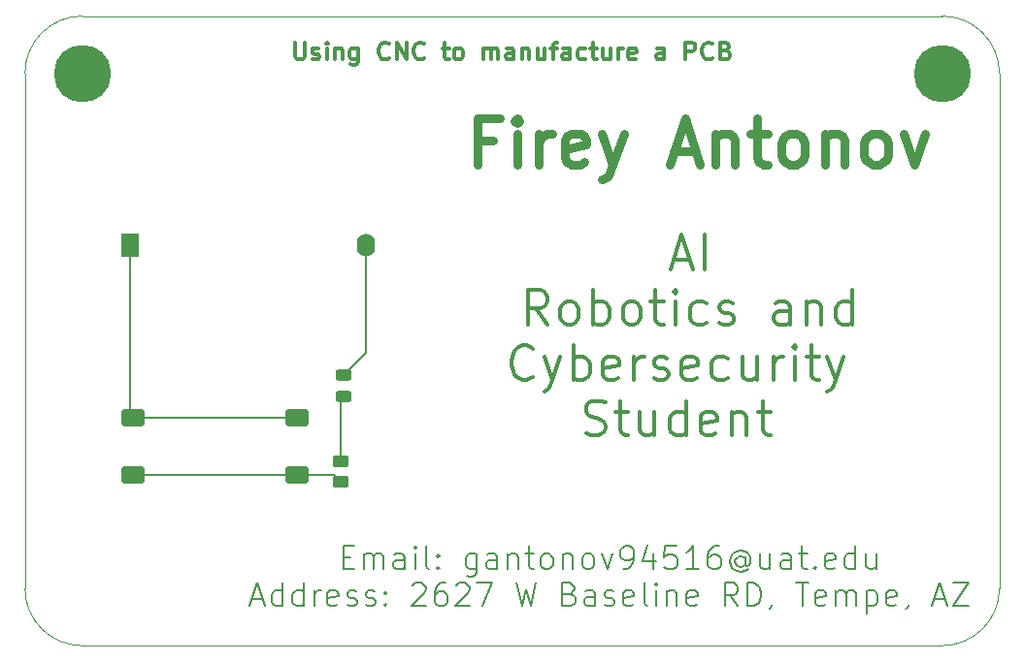
<source format=gbo>
%TF.GenerationSoftware,KiCad,Pcbnew,9.0.5*%
%TF.CreationDate,2025-10-31T23:08:30-07:00*%
%TF.ProjectId,Business Card PCB,42757369-6e65-4737-9320-436172642050,rev?*%
%TF.SameCoordinates,Original*%
%TF.FileFunction,Legend,Bot*%
%TF.FilePolarity,Positive*%
%FSLAX46Y46*%
G04 Gerber Fmt 4.6, Leading zero omitted, Abs format (unit mm)*
G04 Created by KiCad (PCBNEW 9.0.5) date 2025-10-31 23:08:30*
%MOMM*%
%LPD*%
G01*
G04 APERTURE LIST*
G04 Aperture macros list*
%AMRoundRect*
0 Rectangle with rounded corners*
0 $1 Rounding radius*
0 $2 $3 $4 $5 $6 $7 $8 $9 X,Y pos of 4 corners*
0 Add a 4 corners polygon primitive as box body*
4,1,4,$2,$3,$4,$5,$6,$7,$8,$9,$2,$3,0*
0 Add four circle primitives for the rounded corners*
1,1,$1+$1,$2,$3*
1,1,$1+$1,$4,$5*
1,1,$1+$1,$6,$7*
1,1,$1+$1,$8,$9*
0 Add four rect primitives between the rounded corners*
20,1,$1+$1,$2,$3,$4,$5,0*
20,1,$1+$1,$4,$5,$6,$7,0*
20,1,$1+$1,$6,$7,$8,$9,0*
20,1,$1+$1,$8,$9,$2,$3,0*%
G04 Aperture macros list end*
%ADD10R,1.600000X2.000000*%
%ADD11O,1.600000X2.000000*%
%ADD12C,2.000000*%
%ADD13C,0.300000*%
%TA.AperFunction,NonConductor*%
%ADD14C,0.300000*%
%TD*%
%ADD15C,0.150000*%
%TA.AperFunction,NonConductor*%
%ADD16C,0.150000*%
%TD*%
%ADD17C,0.375000*%
%TA.AperFunction,NonConductor*%
%ADD18C,0.375000*%
%TD*%
%ADD19C,0.800000*%
%TA.AperFunction,NonConductor*%
%ADD20C,0.800000*%
%TD*%
%TA.AperFunction,ComponentPad*%
%ADD21R,1.600000X2.000000*%
%TD*%
%TA.AperFunction,ComponentPad*%
%ADD22O,1.600000X2.000000*%
%TD*%
%TA.AperFunction,SMDPad,CuDef*%
%ADD23RoundRect,0.250000X-0.750000X-0.500000X0.750000X-0.500000X0.750000X0.500000X-0.750000X0.500000X0*%
%TD*%
%TA.AperFunction,SMDPad,CuDef*%
%ADD24RoundRect,0.243750X-0.456250X0.243750X-0.456250X-0.243750X0.456250X-0.243750X0.456250X0.243750X0*%
%TD*%
%TA.AperFunction,SMDPad,CuDef*%
%ADD25RoundRect,0.250000X0.450000X-0.262500X0.450000X0.262500X-0.450000X0.262500X-0.450000X-0.262500X0*%
%TD*%
%TA.AperFunction,ViaPad*%
%ADD26C,5.000000*%
%TD*%
%TA.AperFunction,Conductor*%
%ADD27C,0.200000*%
%TD*%
%TA.AperFunction,Profile*%
%ADD28C,0.100000*%
%TD*%
G04 APERTURE END LIST*
%LPC*%
D10*
%TO.C,BT1*%
X116205000Y-77999878D03*
D11*
X136705000Y-77999878D03*
%TD*%
D12*
%TO.C,SW1*%
X123605000Y-91058271D03*
X123605000Y-100058271D03*
%TD*%
%LPD*%
D13*
D14*
X130554510Y-60300828D02*
X130554510Y-61515114D01*
X130554510Y-61515114D02*
X130625939Y-61657971D01*
X130625939Y-61657971D02*
X130697368Y-61729400D01*
X130697368Y-61729400D02*
X130840225Y-61800828D01*
X130840225Y-61800828D02*
X131125939Y-61800828D01*
X131125939Y-61800828D02*
X131268796Y-61729400D01*
X131268796Y-61729400D02*
X131340225Y-61657971D01*
X131340225Y-61657971D02*
X131411653Y-61515114D01*
X131411653Y-61515114D02*
X131411653Y-60300828D01*
X132054511Y-61729400D02*
X132197368Y-61800828D01*
X132197368Y-61800828D02*
X132483082Y-61800828D01*
X132483082Y-61800828D02*
X132625939Y-61729400D01*
X132625939Y-61729400D02*
X132697368Y-61586542D01*
X132697368Y-61586542D02*
X132697368Y-61515114D01*
X132697368Y-61515114D02*
X132625939Y-61372257D01*
X132625939Y-61372257D02*
X132483082Y-61300828D01*
X132483082Y-61300828D02*
X132268797Y-61300828D01*
X132268797Y-61300828D02*
X132125939Y-61229400D01*
X132125939Y-61229400D02*
X132054511Y-61086542D01*
X132054511Y-61086542D02*
X132054511Y-61015114D01*
X132054511Y-61015114D02*
X132125939Y-60872257D01*
X132125939Y-60872257D02*
X132268797Y-60800828D01*
X132268797Y-60800828D02*
X132483082Y-60800828D01*
X132483082Y-60800828D02*
X132625939Y-60872257D01*
X133340225Y-61800828D02*
X133340225Y-60800828D01*
X133340225Y-60300828D02*
X133268797Y-60372257D01*
X133268797Y-60372257D02*
X133340225Y-60443685D01*
X133340225Y-60443685D02*
X133411654Y-60372257D01*
X133411654Y-60372257D02*
X133340225Y-60300828D01*
X133340225Y-60300828D02*
X133340225Y-60443685D01*
X134054511Y-60800828D02*
X134054511Y-61800828D01*
X134054511Y-60943685D02*
X134125940Y-60872257D01*
X134125940Y-60872257D02*
X134268797Y-60800828D01*
X134268797Y-60800828D02*
X134483083Y-60800828D01*
X134483083Y-60800828D02*
X134625940Y-60872257D01*
X134625940Y-60872257D02*
X134697369Y-61015114D01*
X134697369Y-61015114D02*
X134697369Y-61800828D01*
X136054512Y-60800828D02*
X136054512Y-62015114D01*
X136054512Y-62015114D02*
X135983083Y-62157971D01*
X135983083Y-62157971D02*
X135911654Y-62229400D01*
X135911654Y-62229400D02*
X135768797Y-62300828D01*
X135768797Y-62300828D02*
X135554512Y-62300828D01*
X135554512Y-62300828D02*
X135411654Y-62229400D01*
X136054512Y-61729400D02*
X135911654Y-61800828D01*
X135911654Y-61800828D02*
X135625940Y-61800828D01*
X135625940Y-61800828D02*
X135483083Y-61729400D01*
X135483083Y-61729400D02*
X135411654Y-61657971D01*
X135411654Y-61657971D02*
X135340226Y-61515114D01*
X135340226Y-61515114D02*
X135340226Y-61086542D01*
X135340226Y-61086542D02*
X135411654Y-60943685D01*
X135411654Y-60943685D02*
X135483083Y-60872257D01*
X135483083Y-60872257D02*
X135625940Y-60800828D01*
X135625940Y-60800828D02*
X135911654Y-60800828D01*
X135911654Y-60800828D02*
X136054512Y-60872257D01*
X138768797Y-61657971D02*
X138697369Y-61729400D01*
X138697369Y-61729400D02*
X138483083Y-61800828D01*
X138483083Y-61800828D02*
X138340226Y-61800828D01*
X138340226Y-61800828D02*
X138125940Y-61729400D01*
X138125940Y-61729400D02*
X137983083Y-61586542D01*
X137983083Y-61586542D02*
X137911654Y-61443685D01*
X137911654Y-61443685D02*
X137840226Y-61157971D01*
X137840226Y-61157971D02*
X137840226Y-60943685D01*
X137840226Y-60943685D02*
X137911654Y-60657971D01*
X137911654Y-60657971D02*
X137983083Y-60515114D01*
X137983083Y-60515114D02*
X138125940Y-60372257D01*
X138125940Y-60372257D02*
X138340226Y-60300828D01*
X138340226Y-60300828D02*
X138483083Y-60300828D01*
X138483083Y-60300828D02*
X138697369Y-60372257D01*
X138697369Y-60372257D02*
X138768797Y-60443685D01*
X139411654Y-61800828D02*
X139411654Y-60300828D01*
X139411654Y-60300828D02*
X140268797Y-61800828D01*
X140268797Y-61800828D02*
X140268797Y-60300828D01*
X141840226Y-61657971D02*
X141768798Y-61729400D01*
X141768798Y-61729400D02*
X141554512Y-61800828D01*
X141554512Y-61800828D02*
X141411655Y-61800828D01*
X141411655Y-61800828D02*
X141197369Y-61729400D01*
X141197369Y-61729400D02*
X141054512Y-61586542D01*
X141054512Y-61586542D02*
X140983083Y-61443685D01*
X140983083Y-61443685D02*
X140911655Y-61157971D01*
X140911655Y-61157971D02*
X140911655Y-60943685D01*
X140911655Y-60943685D02*
X140983083Y-60657971D01*
X140983083Y-60657971D02*
X141054512Y-60515114D01*
X141054512Y-60515114D02*
X141197369Y-60372257D01*
X141197369Y-60372257D02*
X141411655Y-60300828D01*
X141411655Y-60300828D02*
X141554512Y-60300828D01*
X141554512Y-60300828D02*
X141768798Y-60372257D01*
X141768798Y-60372257D02*
X141840226Y-60443685D01*
X143411655Y-60800828D02*
X143983083Y-60800828D01*
X143625940Y-60300828D02*
X143625940Y-61586542D01*
X143625940Y-61586542D02*
X143697369Y-61729400D01*
X143697369Y-61729400D02*
X143840226Y-61800828D01*
X143840226Y-61800828D02*
X143983083Y-61800828D01*
X144697369Y-61800828D02*
X144554512Y-61729400D01*
X144554512Y-61729400D02*
X144483083Y-61657971D01*
X144483083Y-61657971D02*
X144411655Y-61515114D01*
X144411655Y-61515114D02*
X144411655Y-61086542D01*
X144411655Y-61086542D02*
X144483083Y-60943685D01*
X144483083Y-60943685D02*
X144554512Y-60872257D01*
X144554512Y-60872257D02*
X144697369Y-60800828D01*
X144697369Y-60800828D02*
X144911655Y-60800828D01*
X144911655Y-60800828D02*
X145054512Y-60872257D01*
X145054512Y-60872257D02*
X145125941Y-60943685D01*
X145125941Y-60943685D02*
X145197369Y-61086542D01*
X145197369Y-61086542D02*
X145197369Y-61515114D01*
X145197369Y-61515114D02*
X145125941Y-61657971D01*
X145125941Y-61657971D02*
X145054512Y-61729400D01*
X145054512Y-61729400D02*
X144911655Y-61800828D01*
X144911655Y-61800828D02*
X144697369Y-61800828D01*
X146983083Y-61800828D02*
X146983083Y-60800828D01*
X146983083Y-60943685D02*
X147054512Y-60872257D01*
X147054512Y-60872257D02*
X147197369Y-60800828D01*
X147197369Y-60800828D02*
X147411655Y-60800828D01*
X147411655Y-60800828D02*
X147554512Y-60872257D01*
X147554512Y-60872257D02*
X147625941Y-61015114D01*
X147625941Y-61015114D02*
X147625941Y-61800828D01*
X147625941Y-61015114D02*
X147697369Y-60872257D01*
X147697369Y-60872257D02*
X147840226Y-60800828D01*
X147840226Y-60800828D02*
X148054512Y-60800828D01*
X148054512Y-60800828D02*
X148197369Y-60872257D01*
X148197369Y-60872257D02*
X148268798Y-61015114D01*
X148268798Y-61015114D02*
X148268798Y-61800828D01*
X149625941Y-61800828D02*
X149625941Y-61015114D01*
X149625941Y-61015114D02*
X149554512Y-60872257D01*
X149554512Y-60872257D02*
X149411655Y-60800828D01*
X149411655Y-60800828D02*
X149125941Y-60800828D01*
X149125941Y-60800828D02*
X148983083Y-60872257D01*
X149625941Y-61729400D02*
X149483083Y-61800828D01*
X149483083Y-61800828D02*
X149125941Y-61800828D01*
X149125941Y-61800828D02*
X148983083Y-61729400D01*
X148983083Y-61729400D02*
X148911655Y-61586542D01*
X148911655Y-61586542D02*
X148911655Y-61443685D01*
X148911655Y-61443685D02*
X148983083Y-61300828D01*
X148983083Y-61300828D02*
X149125941Y-61229400D01*
X149125941Y-61229400D02*
X149483083Y-61229400D01*
X149483083Y-61229400D02*
X149625941Y-61157971D01*
X150340226Y-60800828D02*
X150340226Y-61800828D01*
X150340226Y-60943685D02*
X150411655Y-60872257D01*
X150411655Y-60872257D02*
X150554512Y-60800828D01*
X150554512Y-60800828D02*
X150768798Y-60800828D01*
X150768798Y-60800828D02*
X150911655Y-60872257D01*
X150911655Y-60872257D02*
X150983084Y-61015114D01*
X150983084Y-61015114D02*
X150983084Y-61800828D01*
X152340227Y-60800828D02*
X152340227Y-61800828D01*
X151697369Y-60800828D02*
X151697369Y-61586542D01*
X151697369Y-61586542D02*
X151768798Y-61729400D01*
X151768798Y-61729400D02*
X151911655Y-61800828D01*
X151911655Y-61800828D02*
X152125941Y-61800828D01*
X152125941Y-61800828D02*
X152268798Y-61729400D01*
X152268798Y-61729400D02*
X152340227Y-61657971D01*
X152840227Y-60800828D02*
X153411655Y-60800828D01*
X153054512Y-61800828D02*
X153054512Y-60515114D01*
X153054512Y-60515114D02*
X153125941Y-60372257D01*
X153125941Y-60372257D02*
X153268798Y-60300828D01*
X153268798Y-60300828D02*
X153411655Y-60300828D01*
X154554513Y-61800828D02*
X154554513Y-61015114D01*
X154554513Y-61015114D02*
X154483084Y-60872257D01*
X154483084Y-60872257D02*
X154340227Y-60800828D01*
X154340227Y-60800828D02*
X154054513Y-60800828D01*
X154054513Y-60800828D02*
X153911655Y-60872257D01*
X154554513Y-61729400D02*
X154411655Y-61800828D01*
X154411655Y-61800828D02*
X154054513Y-61800828D01*
X154054513Y-61800828D02*
X153911655Y-61729400D01*
X153911655Y-61729400D02*
X153840227Y-61586542D01*
X153840227Y-61586542D02*
X153840227Y-61443685D01*
X153840227Y-61443685D02*
X153911655Y-61300828D01*
X153911655Y-61300828D02*
X154054513Y-61229400D01*
X154054513Y-61229400D02*
X154411655Y-61229400D01*
X154411655Y-61229400D02*
X154554513Y-61157971D01*
X155911656Y-61729400D02*
X155768798Y-61800828D01*
X155768798Y-61800828D02*
X155483084Y-61800828D01*
X155483084Y-61800828D02*
X155340227Y-61729400D01*
X155340227Y-61729400D02*
X155268798Y-61657971D01*
X155268798Y-61657971D02*
X155197370Y-61515114D01*
X155197370Y-61515114D02*
X155197370Y-61086542D01*
X155197370Y-61086542D02*
X155268798Y-60943685D01*
X155268798Y-60943685D02*
X155340227Y-60872257D01*
X155340227Y-60872257D02*
X155483084Y-60800828D01*
X155483084Y-60800828D02*
X155768798Y-60800828D01*
X155768798Y-60800828D02*
X155911656Y-60872257D01*
X156340227Y-60800828D02*
X156911655Y-60800828D01*
X156554512Y-60300828D02*
X156554512Y-61586542D01*
X156554512Y-61586542D02*
X156625941Y-61729400D01*
X156625941Y-61729400D02*
X156768798Y-61800828D01*
X156768798Y-61800828D02*
X156911655Y-61800828D01*
X158054513Y-60800828D02*
X158054513Y-61800828D01*
X157411655Y-60800828D02*
X157411655Y-61586542D01*
X157411655Y-61586542D02*
X157483084Y-61729400D01*
X157483084Y-61729400D02*
X157625941Y-61800828D01*
X157625941Y-61800828D02*
X157840227Y-61800828D01*
X157840227Y-61800828D02*
X157983084Y-61729400D01*
X157983084Y-61729400D02*
X158054513Y-61657971D01*
X158768798Y-61800828D02*
X158768798Y-60800828D01*
X158768798Y-61086542D02*
X158840227Y-60943685D01*
X158840227Y-60943685D02*
X158911656Y-60872257D01*
X158911656Y-60872257D02*
X159054513Y-60800828D01*
X159054513Y-60800828D02*
X159197370Y-60800828D01*
X160268798Y-61729400D02*
X160125941Y-61800828D01*
X160125941Y-61800828D02*
X159840227Y-61800828D01*
X159840227Y-61800828D02*
X159697369Y-61729400D01*
X159697369Y-61729400D02*
X159625941Y-61586542D01*
X159625941Y-61586542D02*
X159625941Y-61015114D01*
X159625941Y-61015114D02*
X159697369Y-60872257D01*
X159697369Y-60872257D02*
X159840227Y-60800828D01*
X159840227Y-60800828D02*
X160125941Y-60800828D01*
X160125941Y-60800828D02*
X160268798Y-60872257D01*
X160268798Y-60872257D02*
X160340227Y-61015114D01*
X160340227Y-61015114D02*
X160340227Y-61157971D01*
X160340227Y-61157971D02*
X159625941Y-61300828D01*
X162768798Y-61800828D02*
X162768798Y-61015114D01*
X162768798Y-61015114D02*
X162697369Y-60872257D01*
X162697369Y-60872257D02*
X162554512Y-60800828D01*
X162554512Y-60800828D02*
X162268798Y-60800828D01*
X162268798Y-60800828D02*
X162125940Y-60872257D01*
X162768798Y-61729400D02*
X162625940Y-61800828D01*
X162625940Y-61800828D02*
X162268798Y-61800828D01*
X162268798Y-61800828D02*
X162125940Y-61729400D01*
X162125940Y-61729400D02*
X162054512Y-61586542D01*
X162054512Y-61586542D02*
X162054512Y-61443685D01*
X162054512Y-61443685D02*
X162125940Y-61300828D01*
X162125940Y-61300828D02*
X162268798Y-61229400D01*
X162268798Y-61229400D02*
X162625940Y-61229400D01*
X162625940Y-61229400D02*
X162768798Y-61157971D01*
X164625940Y-61800828D02*
X164625940Y-60300828D01*
X164625940Y-60300828D02*
X165197369Y-60300828D01*
X165197369Y-60300828D02*
X165340226Y-60372257D01*
X165340226Y-60372257D02*
X165411655Y-60443685D01*
X165411655Y-60443685D02*
X165483083Y-60586542D01*
X165483083Y-60586542D02*
X165483083Y-60800828D01*
X165483083Y-60800828D02*
X165411655Y-60943685D01*
X165411655Y-60943685D02*
X165340226Y-61015114D01*
X165340226Y-61015114D02*
X165197369Y-61086542D01*
X165197369Y-61086542D02*
X164625940Y-61086542D01*
X166983083Y-61657971D02*
X166911655Y-61729400D01*
X166911655Y-61729400D02*
X166697369Y-61800828D01*
X166697369Y-61800828D02*
X166554512Y-61800828D01*
X166554512Y-61800828D02*
X166340226Y-61729400D01*
X166340226Y-61729400D02*
X166197369Y-61586542D01*
X166197369Y-61586542D02*
X166125940Y-61443685D01*
X166125940Y-61443685D02*
X166054512Y-61157971D01*
X166054512Y-61157971D02*
X166054512Y-60943685D01*
X166054512Y-60943685D02*
X166125940Y-60657971D01*
X166125940Y-60657971D02*
X166197369Y-60515114D01*
X166197369Y-60515114D02*
X166340226Y-60372257D01*
X166340226Y-60372257D02*
X166554512Y-60300828D01*
X166554512Y-60300828D02*
X166697369Y-60300828D01*
X166697369Y-60300828D02*
X166911655Y-60372257D01*
X166911655Y-60372257D02*
X166983083Y-60443685D01*
X168125940Y-61015114D02*
X168340226Y-61086542D01*
X168340226Y-61086542D02*
X168411655Y-61157971D01*
X168411655Y-61157971D02*
X168483083Y-61300828D01*
X168483083Y-61300828D02*
X168483083Y-61515114D01*
X168483083Y-61515114D02*
X168411655Y-61657971D01*
X168411655Y-61657971D02*
X168340226Y-61729400D01*
X168340226Y-61729400D02*
X168197369Y-61800828D01*
X168197369Y-61800828D02*
X167625940Y-61800828D01*
X167625940Y-61800828D02*
X167625940Y-60300828D01*
X167625940Y-60300828D02*
X168125940Y-60300828D01*
X168125940Y-60300828D02*
X168268798Y-60372257D01*
X168268798Y-60372257D02*
X168340226Y-60443685D01*
X168340226Y-60443685D02*
X168411655Y-60586542D01*
X168411655Y-60586542D02*
X168411655Y-60729400D01*
X168411655Y-60729400D02*
X168340226Y-60872257D01*
X168340226Y-60872257D02*
X168268798Y-60943685D01*
X168268798Y-60943685D02*
X168125940Y-61015114D01*
X168125940Y-61015114D02*
X167625940Y-61015114D01*
D15*
D16*
X134761902Y-105259875D02*
X135428569Y-105259875D01*
X135714283Y-106307494D02*
X134761902Y-106307494D01*
X134761902Y-106307494D02*
X134761902Y-104307494D01*
X134761902Y-104307494D02*
X135714283Y-104307494D01*
X136571426Y-106307494D02*
X136571426Y-104974160D01*
X136571426Y-105164636D02*
X136666664Y-105069398D01*
X136666664Y-105069398D02*
X136857140Y-104974160D01*
X136857140Y-104974160D02*
X137142855Y-104974160D01*
X137142855Y-104974160D02*
X137333331Y-105069398D01*
X137333331Y-105069398D02*
X137428569Y-105259875D01*
X137428569Y-105259875D02*
X137428569Y-106307494D01*
X137428569Y-105259875D02*
X137523807Y-105069398D01*
X137523807Y-105069398D02*
X137714283Y-104974160D01*
X137714283Y-104974160D02*
X137999997Y-104974160D01*
X137999997Y-104974160D02*
X138190474Y-105069398D01*
X138190474Y-105069398D02*
X138285712Y-105259875D01*
X138285712Y-105259875D02*
X138285712Y-106307494D01*
X140095236Y-106307494D02*
X140095236Y-105259875D01*
X140095236Y-105259875D02*
X139999998Y-105069398D01*
X139999998Y-105069398D02*
X139809522Y-104974160D01*
X139809522Y-104974160D02*
X139428569Y-104974160D01*
X139428569Y-104974160D02*
X139238093Y-105069398D01*
X140095236Y-106212256D02*
X139904760Y-106307494D01*
X139904760Y-106307494D02*
X139428569Y-106307494D01*
X139428569Y-106307494D02*
X139238093Y-106212256D01*
X139238093Y-106212256D02*
X139142855Y-106021779D01*
X139142855Y-106021779D02*
X139142855Y-105831303D01*
X139142855Y-105831303D02*
X139238093Y-105640827D01*
X139238093Y-105640827D02*
X139428569Y-105545589D01*
X139428569Y-105545589D02*
X139904760Y-105545589D01*
X139904760Y-105545589D02*
X140095236Y-105450351D01*
X141047617Y-106307494D02*
X141047617Y-104974160D01*
X141047617Y-104307494D02*
X140952379Y-104402732D01*
X140952379Y-104402732D02*
X141047617Y-104497970D01*
X141047617Y-104497970D02*
X141142855Y-104402732D01*
X141142855Y-104402732D02*
X141047617Y-104307494D01*
X141047617Y-104307494D02*
X141047617Y-104497970D01*
X142285712Y-106307494D02*
X142095236Y-106212256D01*
X142095236Y-106212256D02*
X141999998Y-106021779D01*
X141999998Y-106021779D02*
X141999998Y-104307494D01*
X143047617Y-106117017D02*
X143142855Y-106212256D01*
X143142855Y-106212256D02*
X143047617Y-106307494D01*
X143047617Y-106307494D02*
X142952379Y-106212256D01*
X142952379Y-106212256D02*
X143047617Y-106117017D01*
X143047617Y-106117017D02*
X143047617Y-106307494D01*
X143047617Y-105069398D02*
X143142855Y-105164636D01*
X143142855Y-105164636D02*
X143047617Y-105259875D01*
X143047617Y-105259875D02*
X142952379Y-105164636D01*
X142952379Y-105164636D02*
X143047617Y-105069398D01*
X143047617Y-105069398D02*
X143047617Y-105259875D01*
X146380951Y-104974160D02*
X146380951Y-106593208D01*
X146380951Y-106593208D02*
X146285713Y-106783684D01*
X146285713Y-106783684D02*
X146190475Y-106878922D01*
X146190475Y-106878922D02*
X145999998Y-106974160D01*
X145999998Y-106974160D02*
X145714284Y-106974160D01*
X145714284Y-106974160D02*
X145523808Y-106878922D01*
X146380951Y-106212256D02*
X146190475Y-106307494D01*
X146190475Y-106307494D02*
X145809522Y-106307494D01*
X145809522Y-106307494D02*
X145619046Y-106212256D01*
X145619046Y-106212256D02*
X145523808Y-106117017D01*
X145523808Y-106117017D02*
X145428570Y-105926541D01*
X145428570Y-105926541D02*
X145428570Y-105355113D01*
X145428570Y-105355113D02*
X145523808Y-105164636D01*
X145523808Y-105164636D02*
X145619046Y-105069398D01*
X145619046Y-105069398D02*
X145809522Y-104974160D01*
X145809522Y-104974160D02*
X146190475Y-104974160D01*
X146190475Y-104974160D02*
X146380951Y-105069398D01*
X148190475Y-106307494D02*
X148190475Y-105259875D01*
X148190475Y-105259875D02*
X148095237Y-105069398D01*
X148095237Y-105069398D02*
X147904761Y-104974160D01*
X147904761Y-104974160D02*
X147523808Y-104974160D01*
X147523808Y-104974160D02*
X147333332Y-105069398D01*
X148190475Y-106212256D02*
X147999999Y-106307494D01*
X147999999Y-106307494D02*
X147523808Y-106307494D01*
X147523808Y-106307494D02*
X147333332Y-106212256D01*
X147333332Y-106212256D02*
X147238094Y-106021779D01*
X147238094Y-106021779D02*
X147238094Y-105831303D01*
X147238094Y-105831303D02*
X147333332Y-105640827D01*
X147333332Y-105640827D02*
X147523808Y-105545589D01*
X147523808Y-105545589D02*
X147999999Y-105545589D01*
X147999999Y-105545589D02*
X148190475Y-105450351D01*
X149142856Y-104974160D02*
X149142856Y-106307494D01*
X149142856Y-105164636D02*
X149238094Y-105069398D01*
X149238094Y-105069398D02*
X149428570Y-104974160D01*
X149428570Y-104974160D02*
X149714285Y-104974160D01*
X149714285Y-104974160D02*
X149904761Y-105069398D01*
X149904761Y-105069398D02*
X149999999Y-105259875D01*
X149999999Y-105259875D02*
X149999999Y-106307494D01*
X150666666Y-104974160D02*
X151428570Y-104974160D01*
X150952380Y-104307494D02*
X150952380Y-106021779D01*
X150952380Y-106021779D02*
X151047618Y-106212256D01*
X151047618Y-106212256D02*
X151238094Y-106307494D01*
X151238094Y-106307494D02*
X151428570Y-106307494D01*
X152380951Y-106307494D02*
X152190475Y-106212256D01*
X152190475Y-106212256D02*
X152095237Y-106117017D01*
X152095237Y-106117017D02*
X151999999Y-105926541D01*
X151999999Y-105926541D02*
X151999999Y-105355113D01*
X151999999Y-105355113D02*
X152095237Y-105164636D01*
X152095237Y-105164636D02*
X152190475Y-105069398D01*
X152190475Y-105069398D02*
X152380951Y-104974160D01*
X152380951Y-104974160D02*
X152666666Y-104974160D01*
X152666666Y-104974160D02*
X152857142Y-105069398D01*
X152857142Y-105069398D02*
X152952380Y-105164636D01*
X152952380Y-105164636D02*
X153047618Y-105355113D01*
X153047618Y-105355113D02*
X153047618Y-105926541D01*
X153047618Y-105926541D02*
X152952380Y-106117017D01*
X152952380Y-106117017D02*
X152857142Y-106212256D01*
X152857142Y-106212256D02*
X152666666Y-106307494D01*
X152666666Y-106307494D02*
X152380951Y-106307494D01*
X153904761Y-104974160D02*
X153904761Y-106307494D01*
X153904761Y-105164636D02*
X153999999Y-105069398D01*
X153999999Y-105069398D02*
X154190475Y-104974160D01*
X154190475Y-104974160D02*
X154476190Y-104974160D01*
X154476190Y-104974160D02*
X154666666Y-105069398D01*
X154666666Y-105069398D02*
X154761904Y-105259875D01*
X154761904Y-105259875D02*
X154761904Y-106307494D01*
X155999999Y-106307494D02*
X155809523Y-106212256D01*
X155809523Y-106212256D02*
X155714285Y-106117017D01*
X155714285Y-106117017D02*
X155619047Y-105926541D01*
X155619047Y-105926541D02*
X155619047Y-105355113D01*
X155619047Y-105355113D02*
X155714285Y-105164636D01*
X155714285Y-105164636D02*
X155809523Y-105069398D01*
X155809523Y-105069398D02*
X155999999Y-104974160D01*
X155999999Y-104974160D02*
X156285714Y-104974160D01*
X156285714Y-104974160D02*
X156476190Y-105069398D01*
X156476190Y-105069398D02*
X156571428Y-105164636D01*
X156571428Y-105164636D02*
X156666666Y-105355113D01*
X156666666Y-105355113D02*
X156666666Y-105926541D01*
X156666666Y-105926541D02*
X156571428Y-106117017D01*
X156571428Y-106117017D02*
X156476190Y-106212256D01*
X156476190Y-106212256D02*
X156285714Y-106307494D01*
X156285714Y-106307494D02*
X155999999Y-106307494D01*
X157333333Y-104974160D02*
X157809523Y-106307494D01*
X157809523Y-106307494D02*
X158285714Y-104974160D01*
X159142857Y-106307494D02*
X159523809Y-106307494D01*
X159523809Y-106307494D02*
X159714286Y-106212256D01*
X159714286Y-106212256D02*
X159809524Y-106117017D01*
X159809524Y-106117017D02*
X160000000Y-105831303D01*
X160000000Y-105831303D02*
X160095238Y-105450351D01*
X160095238Y-105450351D02*
X160095238Y-104688446D01*
X160095238Y-104688446D02*
X160000000Y-104497970D01*
X160000000Y-104497970D02*
X159904762Y-104402732D01*
X159904762Y-104402732D02*
X159714286Y-104307494D01*
X159714286Y-104307494D02*
X159333333Y-104307494D01*
X159333333Y-104307494D02*
X159142857Y-104402732D01*
X159142857Y-104402732D02*
X159047619Y-104497970D01*
X159047619Y-104497970D02*
X158952381Y-104688446D01*
X158952381Y-104688446D02*
X158952381Y-105164636D01*
X158952381Y-105164636D02*
X159047619Y-105355113D01*
X159047619Y-105355113D02*
X159142857Y-105450351D01*
X159142857Y-105450351D02*
X159333333Y-105545589D01*
X159333333Y-105545589D02*
X159714286Y-105545589D01*
X159714286Y-105545589D02*
X159904762Y-105450351D01*
X159904762Y-105450351D02*
X160000000Y-105355113D01*
X160000000Y-105355113D02*
X160095238Y-105164636D01*
X161809524Y-104974160D02*
X161809524Y-106307494D01*
X161333333Y-104212256D02*
X160857143Y-105640827D01*
X160857143Y-105640827D02*
X162095238Y-105640827D01*
X163809524Y-104307494D02*
X162857143Y-104307494D01*
X162857143Y-104307494D02*
X162761905Y-105259875D01*
X162761905Y-105259875D02*
X162857143Y-105164636D01*
X162857143Y-105164636D02*
X163047619Y-105069398D01*
X163047619Y-105069398D02*
X163523810Y-105069398D01*
X163523810Y-105069398D02*
X163714286Y-105164636D01*
X163714286Y-105164636D02*
X163809524Y-105259875D01*
X163809524Y-105259875D02*
X163904762Y-105450351D01*
X163904762Y-105450351D02*
X163904762Y-105926541D01*
X163904762Y-105926541D02*
X163809524Y-106117017D01*
X163809524Y-106117017D02*
X163714286Y-106212256D01*
X163714286Y-106212256D02*
X163523810Y-106307494D01*
X163523810Y-106307494D02*
X163047619Y-106307494D01*
X163047619Y-106307494D02*
X162857143Y-106212256D01*
X162857143Y-106212256D02*
X162761905Y-106117017D01*
X165809524Y-106307494D02*
X164666667Y-106307494D01*
X165238095Y-106307494D02*
X165238095Y-104307494D01*
X165238095Y-104307494D02*
X165047619Y-104593208D01*
X165047619Y-104593208D02*
X164857143Y-104783684D01*
X164857143Y-104783684D02*
X164666667Y-104878922D01*
X167523810Y-104307494D02*
X167142857Y-104307494D01*
X167142857Y-104307494D02*
X166952381Y-104402732D01*
X166952381Y-104402732D02*
X166857143Y-104497970D01*
X166857143Y-104497970D02*
X166666667Y-104783684D01*
X166666667Y-104783684D02*
X166571429Y-105164636D01*
X166571429Y-105164636D02*
X166571429Y-105926541D01*
X166571429Y-105926541D02*
X166666667Y-106117017D01*
X166666667Y-106117017D02*
X166761905Y-106212256D01*
X166761905Y-106212256D02*
X166952381Y-106307494D01*
X166952381Y-106307494D02*
X167333334Y-106307494D01*
X167333334Y-106307494D02*
X167523810Y-106212256D01*
X167523810Y-106212256D02*
X167619048Y-106117017D01*
X167619048Y-106117017D02*
X167714286Y-105926541D01*
X167714286Y-105926541D02*
X167714286Y-105450351D01*
X167714286Y-105450351D02*
X167619048Y-105259875D01*
X167619048Y-105259875D02*
X167523810Y-105164636D01*
X167523810Y-105164636D02*
X167333334Y-105069398D01*
X167333334Y-105069398D02*
X166952381Y-105069398D01*
X166952381Y-105069398D02*
X166761905Y-105164636D01*
X166761905Y-105164636D02*
X166666667Y-105259875D01*
X166666667Y-105259875D02*
X166571429Y-105450351D01*
X169809524Y-105355113D02*
X169714286Y-105259875D01*
X169714286Y-105259875D02*
X169523810Y-105164636D01*
X169523810Y-105164636D02*
X169333334Y-105164636D01*
X169333334Y-105164636D02*
X169142858Y-105259875D01*
X169142858Y-105259875D02*
X169047619Y-105355113D01*
X169047619Y-105355113D02*
X168952381Y-105545589D01*
X168952381Y-105545589D02*
X168952381Y-105736065D01*
X168952381Y-105736065D02*
X169047619Y-105926541D01*
X169047619Y-105926541D02*
X169142858Y-106021779D01*
X169142858Y-106021779D02*
X169333334Y-106117017D01*
X169333334Y-106117017D02*
X169523810Y-106117017D01*
X169523810Y-106117017D02*
X169714286Y-106021779D01*
X169714286Y-106021779D02*
X169809524Y-105926541D01*
X169809524Y-105164636D02*
X169809524Y-105926541D01*
X169809524Y-105926541D02*
X169904762Y-106021779D01*
X169904762Y-106021779D02*
X170000000Y-106021779D01*
X170000000Y-106021779D02*
X170190477Y-105926541D01*
X170190477Y-105926541D02*
X170285715Y-105736065D01*
X170285715Y-105736065D02*
X170285715Y-105259875D01*
X170285715Y-105259875D02*
X170095239Y-104974160D01*
X170095239Y-104974160D02*
X169809524Y-104783684D01*
X169809524Y-104783684D02*
X169428572Y-104688446D01*
X169428572Y-104688446D02*
X169047619Y-104783684D01*
X169047619Y-104783684D02*
X168761905Y-104974160D01*
X168761905Y-104974160D02*
X168571429Y-105259875D01*
X168571429Y-105259875D02*
X168476191Y-105640827D01*
X168476191Y-105640827D02*
X168571429Y-106021779D01*
X168571429Y-106021779D02*
X168761905Y-106307494D01*
X168761905Y-106307494D02*
X169047619Y-106497970D01*
X169047619Y-106497970D02*
X169428572Y-106593208D01*
X169428572Y-106593208D02*
X169809524Y-106497970D01*
X169809524Y-106497970D02*
X170095239Y-106307494D01*
X172000001Y-104974160D02*
X172000001Y-106307494D01*
X171142858Y-104974160D02*
X171142858Y-106021779D01*
X171142858Y-106021779D02*
X171238096Y-106212256D01*
X171238096Y-106212256D02*
X171428572Y-106307494D01*
X171428572Y-106307494D02*
X171714287Y-106307494D01*
X171714287Y-106307494D02*
X171904763Y-106212256D01*
X171904763Y-106212256D02*
X172000001Y-106117017D01*
X173809525Y-106307494D02*
X173809525Y-105259875D01*
X173809525Y-105259875D02*
X173714287Y-105069398D01*
X173714287Y-105069398D02*
X173523811Y-104974160D01*
X173523811Y-104974160D02*
X173142858Y-104974160D01*
X173142858Y-104974160D02*
X172952382Y-105069398D01*
X173809525Y-106212256D02*
X173619049Y-106307494D01*
X173619049Y-106307494D02*
X173142858Y-106307494D01*
X173142858Y-106307494D02*
X172952382Y-106212256D01*
X172952382Y-106212256D02*
X172857144Y-106021779D01*
X172857144Y-106021779D02*
X172857144Y-105831303D01*
X172857144Y-105831303D02*
X172952382Y-105640827D01*
X172952382Y-105640827D02*
X173142858Y-105545589D01*
X173142858Y-105545589D02*
X173619049Y-105545589D01*
X173619049Y-105545589D02*
X173809525Y-105450351D01*
X174476192Y-104974160D02*
X175238096Y-104974160D01*
X174761906Y-104307494D02*
X174761906Y-106021779D01*
X174761906Y-106021779D02*
X174857144Y-106212256D01*
X174857144Y-106212256D02*
X175047620Y-106307494D01*
X175047620Y-106307494D02*
X175238096Y-106307494D01*
X175904763Y-106117017D02*
X176000001Y-106212256D01*
X176000001Y-106212256D02*
X175904763Y-106307494D01*
X175904763Y-106307494D02*
X175809525Y-106212256D01*
X175809525Y-106212256D02*
X175904763Y-106117017D01*
X175904763Y-106117017D02*
X175904763Y-106307494D01*
X177619049Y-106212256D02*
X177428573Y-106307494D01*
X177428573Y-106307494D02*
X177047620Y-106307494D01*
X177047620Y-106307494D02*
X176857144Y-106212256D01*
X176857144Y-106212256D02*
X176761906Y-106021779D01*
X176761906Y-106021779D02*
X176761906Y-105259875D01*
X176761906Y-105259875D02*
X176857144Y-105069398D01*
X176857144Y-105069398D02*
X177047620Y-104974160D01*
X177047620Y-104974160D02*
X177428573Y-104974160D01*
X177428573Y-104974160D02*
X177619049Y-105069398D01*
X177619049Y-105069398D02*
X177714287Y-105259875D01*
X177714287Y-105259875D02*
X177714287Y-105450351D01*
X177714287Y-105450351D02*
X176761906Y-105640827D01*
X179428573Y-106307494D02*
X179428573Y-104307494D01*
X179428573Y-106212256D02*
X179238097Y-106307494D01*
X179238097Y-106307494D02*
X178857144Y-106307494D01*
X178857144Y-106307494D02*
X178666668Y-106212256D01*
X178666668Y-106212256D02*
X178571430Y-106117017D01*
X178571430Y-106117017D02*
X178476192Y-105926541D01*
X178476192Y-105926541D02*
X178476192Y-105355113D01*
X178476192Y-105355113D02*
X178571430Y-105164636D01*
X178571430Y-105164636D02*
X178666668Y-105069398D01*
X178666668Y-105069398D02*
X178857144Y-104974160D01*
X178857144Y-104974160D02*
X179238097Y-104974160D01*
X179238097Y-104974160D02*
X179428573Y-105069398D01*
X181238097Y-104974160D02*
X181238097Y-106307494D01*
X180380954Y-104974160D02*
X180380954Y-106021779D01*
X180380954Y-106021779D02*
X180476192Y-106212256D01*
X180476192Y-106212256D02*
X180666668Y-106307494D01*
X180666668Y-106307494D02*
X180952383Y-106307494D01*
X180952383Y-106307494D02*
X181142859Y-106212256D01*
X181142859Y-106212256D02*
X181238097Y-106117017D01*
X126809520Y-108955953D02*
X127761901Y-108955953D01*
X126619044Y-109527382D02*
X127285710Y-107527382D01*
X127285710Y-107527382D02*
X127952377Y-109527382D01*
X129476187Y-109527382D02*
X129476187Y-107527382D01*
X129476187Y-109432144D02*
X129285711Y-109527382D01*
X129285711Y-109527382D02*
X128904758Y-109527382D01*
X128904758Y-109527382D02*
X128714282Y-109432144D01*
X128714282Y-109432144D02*
X128619044Y-109336905D01*
X128619044Y-109336905D02*
X128523806Y-109146429D01*
X128523806Y-109146429D02*
X128523806Y-108575001D01*
X128523806Y-108575001D02*
X128619044Y-108384524D01*
X128619044Y-108384524D02*
X128714282Y-108289286D01*
X128714282Y-108289286D02*
X128904758Y-108194048D01*
X128904758Y-108194048D02*
X129285711Y-108194048D01*
X129285711Y-108194048D02*
X129476187Y-108289286D01*
X131285711Y-109527382D02*
X131285711Y-107527382D01*
X131285711Y-109432144D02*
X131095235Y-109527382D01*
X131095235Y-109527382D02*
X130714282Y-109527382D01*
X130714282Y-109527382D02*
X130523806Y-109432144D01*
X130523806Y-109432144D02*
X130428568Y-109336905D01*
X130428568Y-109336905D02*
X130333330Y-109146429D01*
X130333330Y-109146429D02*
X130333330Y-108575001D01*
X130333330Y-108575001D02*
X130428568Y-108384524D01*
X130428568Y-108384524D02*
X130523806Y-108289286D01*
X130523806Y-108289286D02*
X130714282Y-108194048D01*
X130714282Y-108194048D02*
X131095235Y-108194048D01*
X131095235Y-108194048D02*
X131285711Y-108289286D01*
X132238092Y-109527382D02*
X132238092Y-108194048D01*
X132238092Y-108575001D02*
X132333330Y-108384524D01*
X132333330Y-108384524D02*
X132428568Y-108289286D01*
X132428568Y-108289286D02*
X132619044Y-108194048D01*
X132619044Y-108194048D02*
X132809521Y-108194048D01*
X134238092Y-109432144D02*
X134047616Y-109527382D01*
X134047616Y-109527382D02*
X133666663Y-109527382D01*
X133666663Y-109527382D02*
X133476187Y-109432144D01*
X133476187Y-109432144D02*
X133380949Y-109241667D01*
X133380949Y-109241667D02*
X133380949Y-108479763D01*
X133380949Y-108479763D02*
X133476187Y-108289286D01*
X133476187Y-108289286D02*
X133666663Y-108194048D01*
X133666663Y-108194048D02*
X134047616Y-108194048D01*
X134047616Y-108194048D02*
X134238092Y-108289286D01*
X134238092Y-108289286D02*
X134333330Y-108479763D01*
X134333330Y-108479763D02*
X134333330Y-108670239D01*
X134333330Y-108670239D02*
X133380949Y-108860715D01*
X135095235Y-109432144D02*
X135285711Y-109527382D01*
X135285711Y-109527382D02*
X135666663Y-109527382D01*
X135666663Y-109527382D02*
X135857140Y-109432144D01*
X135857140Y-109432144D02*
X135952378Y-109241667D01*
X135952378Y-109241667D02*
X135952378Y-109146429D01*
X135952378Y-109146429D02*
X135857140Y-108955953D01*
X135857140Y-108955953D02*
X135666663Y-108860715D01*
X135666663Y-108860715D02*
X135380949Y-108860715D01*
X135380949Y-108860715D02*
X135190473Y-108765477D01*
X135190473Y-108765477D02*
X135095235Y-108575001D01*
X135095235Y-108575001D02*
X135095235Y-108479763D01*
X135095235Y-108479763D02*
X135190473Y-108289286D01*
X135190473Y-108289286D02*
X135380949Y-108194048D01*
X135380949Y-108194048D02*
X135666663Y-108194048D01*
X135666663Y-108194048D02*
X135857140Y-108289286D01*
X136714283Y-109432144D02*
X136904759Y-109527382D01*
X136904759Y-109527382D02*
X137285711Y-109527382D01*
X137285711Y-109527382D02*
X137476188Y-109432144D01*
X137476188Y-109432144D02*
X137571426Y-109241667D01*
X137571426Y-109241667D02*
X137571426Y-109146429D01*
X137571426Y-109146429D02*
X137476188Y-108955953D01*
X137476188Y-108955953D02*
X137285711Y-108860715D01*
X137285711Y-108860715D02*
X136999997Y-108860715D01*
X136999997Y-108860715D02*
X136809521Y-108765477D01*
X136809521Y-108765477D02*
X136714283Y-108575001D01*
X136714283Y-108575001D02*
X136714283Y-108479763D01*
X136714283Y-108479763D02*
X136809521Y-108289286D01*
X136809521Y-108289286D02*
X136999997Y-108194048D01*
X136999997Y-108194048D02*
X137285711Y-108194048D01*
X137285711Y-108194048D02*
X137476188Y-108289286D01*
X138428569Y-109336905D02*
X138523807Y-109432144D01*
X138523807Y-109432144D02*
X138428569Y-109527382D01*
X138428569Y-109527382D02*
X138333331Y-109432144D01*
X138333331Y-109432144D02*
X138428569Y-109336905D01*
X138428569Y-109336905D02*
X138428569Y-109527382D01*
X138428569Y-108289286D02*
X138523807Y-108384524D01*
X138523807Y-108384524D02*
X138428569Y-108479763D01*
X138428569Y-108479763D02*
X138333331Y-108384524D01*
X138333331Y-108384524D02*
X138428569Y-108289286D01*
X138428569Y-108289286D02*
X138428569Y-108479763D01*
X140809522Y-107717858D02*
X140904760Y-107622620D01*
X140904760Y-107622620D02*
X141095236Y-107527382D01*
X141095236Y-107527382D02*
X141571427Y-107527382D01*
X141571427Y-107527382D02*
X141761903Y-107622620D01*
X141761903Y-107622620D02*
X141857141Y-107717858D01*
X141857141Y-107717858D02*
X141952379Y-107908334D01*
X141952379Y-107908334D02*
X141952379Y-108098810D01*
X141952379Y-108098810D02*
X141857141Y-108384524D01*
X141857141Y-108384524D02*
X140714284Y-109527382D01*
X140714284Y-109527382D02*
X141952379Y-109527382D01*
X143666665Y-107527382D02*
X143285712Y-107527382D01*
X143285712Y-107527382D02*
X143095236Y-107622620D01*
X143095236Y-107622620D02*
X142999998Y-107717858D01*
X142999998Y-107717858D02*
X142809522Y-108003572D01*
X142809522Y-108003572D02*
X142714284Y-108384524D01*
X142714284Y-108384524D02*
X142714284Y-109146429D01*
X142714284Y-109146429D02*
X142809522Y-109336905D01*
X142809522Y-109336905D02*
X142904760Y-109432144D01*
X142904760Y-109432144D02*
X143095236Y-109527382D01*
X143095236Y-109527382D02*
X143476189Y-109527382D01*
X143476189Y-109527382D02*
X143666665Y-109432144D01*
X143666665Y-109432144D02*
X143761903Y-109336905D01*
X143761903Y-109336905D02*
X143857141Y-109146429D01*
X143857141Y-109146429D02*
X143857141Y-108670239D01*
X143857141Y-108670239D02*
X143761903Y-108479763D01*
X143761903Y-108479763D02*
X143666665Y-108384524D01*
X143666665Y-108384524D02*
X143476189Y-108289286D01*
X143476189Y-108289286D02*
X143095236Y-108289286D01*
X143095236Y-108289286D02*
X142904760Y-108384524D01*
X142904760Y-108384524D02*
X142809522Y-108479763D01*
X142809522Y-108479763D02*
X142714284Y-108670239D01*
X144619046Y-107717858D02*
X144714284Y-107622620D01*
X144714284Y-107622620D02*
X144904760Y-107527382D01*
X144904760Y-107527382D02*
X145380951Y-107527382D01*
X145380951Y-107527382D02*
X145571427Y-107622620D01*
X145571427Y-107622620D02*
X145666665Y-107717858D01*
X145666665Y-107717858D02*
X145761903Y-107908334D01*
X145761903Y-107908334D02*
X145761903Y-108098810D01*
X145761903Y-108098810D02*
X145666665Y-108384524D01*
X145666665Y-108384524D02*
X144523808Y-109527382D01*
X144523808Y-109527382D02*
X145761903Y-109527382D01*
X146428570Y-107527382D02*
X147761903Y-107527382D01*
X147761903Y-107527382D02*
X146904760Y-109527382D01*
X149857142Y-107527382D02*
X150333332Y-109527382D01*
X150333332Y-109527382D02*
X150714285Y-108098810D01*
X150714285Y-108098810D02*
X151095237Y-109527382D01*
X151095237Y-109527382D02*
X151571428Y-107527382D01*
X154523809Y-108479763D02*
X154809523Y-108575001D01*
X154809523Y-108575001D02*
X154904761Y-108670239D01*
X154904761Y-108670239D02*
X154999999Y-108860715D01*
X154999999Y-108860715D02*
X154999999Y-109146429D01*
X154999999Y-109146429D02*
X154904761Y-109336905D01*
X154904761Y-109336905D02*
X154809523Y-109432144D01*
X154809523Y-109432144D02*
X154619047Y-109527382D01*
X154619047Y-109527382D02*
X153857142Y-109527382D01*
X153857142Y-109527382D02*
X153857142Y-107527382D01*
X153857142Y-107527382D02*
X154523809Y-107527382D01*
X154523809Y-107527382D02*
X154714285Y-107622620D01*
X154714285Y-107622620D02*
X154809523Y-107717858D01*
X154809523Y-107717858D02*
X154904761Y-107908334D01*
X154904761Y-107908334D02*
X154904761Y-108098810D01*
X154904761Y-108098810D02*
X154809523Y-108289286D01*
X154809523Y-108289286D02*
X154714285Y-108384524D01*
X154714285Y-108384524D02*
X154523809Y-108479763D01*
X154523809Y-108479763D02*
X153857142Y-108479763D01*
X156714285Y-109527382D02*
X156714285Y-108479763D01*
X156714285Y-108479763D02*
X156619047Y-108289286D01*
X156619047Y-108289286D02*
X156428571Y-108194048D01*
X156428571Y-108194048D02*
X156047618Y-108194048D01*
X156047618Y-108194048D02*
X155857142Y-108289286D01*
X156714285Y-109432144D02*
X156523809Y-109527382D01*
X156523809Y-109527382D02*
X156047618Y-109527382D01*
X156047618Y-109527382D02*
X155857142Y-109432144D01*
X155857142Y-109432144D02*
X155761904Y-109241667D01*
X155761904Y-109241667D02*
X155761904Y-109051191D01*
X155761904Y-109051191D02*
X155857142Y-108860715D01*
X155857142Y-108860715D02*
X156047618Y-108765477D01*
X156047618Y-108765477D02*
X156523809Y-108765477D01*
X156523809Y-108765477D02*
X156714285Y-108670239D01*
X157571428Y-109432144D02*
X157761904Y-109527382D01*
X157761904Y-109527382D02*
X158142856Y-109527382D01*
X158142856Y-109527382D02*
X158333333Y-109432144D01*
X158333333Y-109432144D02*
X158428571Y-109241667D01*
X158428571Y-109241667D02*
X158428571Y-109146429D01*
X158428571Y-109146429D02*
X158333333Y-108955953D01*
X158333333Y-108955953D02*
X158142856Y-108860715D01*
X158142856Y-108860715D02*
X157857142Y-108860715D01*
X157857142Y-108860715D02*
X157666666Y-108765477D01*
X157666666Y-108765477D02*
X157571428Y-108575001D01*
X157571428Y-108575001D02*
X157571428Y-108479763D01*
X157571428Y-108479763D02*
X157666666Y-108289286D01*
X157666666Y-108289286D02*
X157857142Y-108194048D01*
X157857142Y-108194048D02*
X158142856Y-108194048D01*
X158142856Y-108194048D02*
X158333333Y-108289286D01*
X160047619Y-109432144D02*
X159857143Y-109527382D01*
X159857143Y-109527382D02*
X159476190Y-109527382D01*
X159476190Y-109527382D02*
X159285714Y-109432144D01*
X159285714Y-109432144D02*
X159190476Y-109241667D01*
X159190476Y-109241667D02*
X159190476Y-108479763D01*
X159190476Y-108479763D02*
X159285714Y-108289286D01*
X159285714Y-108289286D02*
X159476190Y-108194048D01*
X159476190Y-108194048D02*
X159857143Y-108194048D01*
X159857143Y-108194048D02*
X160047619Y-108289286D01*
X160047619Y-108289286D02*
X160142857Y-108479763D01*
X160142857Y-108479763D02*
X160142857Y-108670239D01*
X160142857Y-108670239D02*
X159190476Y-108860715D01*
X161285714Y-109527382D02*
X161095238Y-109432144D01*
X161095238Y-109432144D02*
X161000000Y-109241667D01*
X161000000Y-109241667D02*
X161000000Y-107527382D01*
X162047619Y-109527382D02*
X162047619Y-108194048D01*
X162047619Y-107527382D02*
X161952381Y-107622620D01*
X161952381Y-107622620D02*
X162047619Y-107717858D01*
X162047619Y-107717858D02*
X162142857Y-107622620D01*
X162142857Y-107622620D02*
X162047619Y-107527382D01*
X162047619Y-107527382D02*
X162047619Y-107717858D01*
X163000000Y-108194048D02*
X163000000Y-109527382D01*
X163000000Y-108384524D02*
X163095238Y-108289286D01*
X163095238Y-108289286D02*
X163285714Y-108194048D01*
X163285714Y-108194048D02*
X163571429Y-108194048D01*
X163571429Y-108194048D02*
X163761905Y-108289286D01*
X163761905Y-108289286D02*
X163857143Y-108479763D01*
X163857143Y-108479763D02*
X163857143Y-109527382D01*
X165571429Y-109432144D02*
X165380953Y-109527382D01*
X165380953Y-109527382D02*
X165000000Y-109527382D01*
X165000000Y-109527382D02*
X164809524Y-109432144D01*
X164809524Y-109432144D02*
X164714286Y-109241667D01*
X164714286Y-109241667D02*
X164714286Y-108479763D01*
X164714286Y-108479763D02*
X164809524Y-108289286D01*
X164809524Y-108289286D02*
X165000000Y-108194048D01*
X165000000Y-108194048D02*
X165380953Y-108194048D01*
X165380953Y-108194048D02*
X165571429Y-108289286D01*
X165571429Y-108289286D02*
X165666667Y-108479763D01*
X165666667Y-108479763D02*
X165666667Y-108670239D01*
X165666667Y-108670239D02*
X164714286Y-108860715D01*
X169190477Y-109527382D02*
X168523810Y-108575001D01*
X168047620Y-109527382D02*
X168047620Y-107527382D01*
X168047620Y-107527382D02*
X168809525Y-107527382D01*
X168809525Y-107527382D02*
X169000001Y-107622620D01*
X169000001Y-107622620D02*
X169095239Y-107717858D01*
X169095239Y-107717858D02*
X169190477Y-107908334D01*
X169190477Y-107908334D02*
X169190477Y-108194048D01*
X169190477Y-108194048D02*
X169095239Y-108384524D01*
X169095239Y-108384524D02*
X169000001Y-108479763D01*
X169000001Y-108479763D02*
X168809525Y-108575001D01*
X168809525Y-108575001D02*
X168047620Y-108575001D01*
X170047620Y-109527382D02*
X170047620Y-107527382D01*
X170047620Y-107527382D02*
X170523810Y-107527382D01*
X170523810Y-107527382D02*
X170809525Y-107622620D01*
X170809525Y-107622620D02*
X171000001Y-107813096D01*
X171000001Y-107813096D02*
X171095239Y-108003572D01*
X171095239Y-108003572D02*
X171190477Y-108384524D01*
X171190477Y-108384524D02*
X171190477Y-108670239D01*
X171190477Y-108670239D02*
X171095239Y-109051191D01*
X171095239Y-109051191D02*
X171000001Y-109241667D01*
X171000001Y-109241667D02*
X170809525Y-109432144D01*
X170809525Y-109432144D02*
X170523810Y-109527382D01*
X170523810Y-109527382D02*
X170047620Y-109527382D01*
X172142858Y-109432144D02*
X172142858Y-109527382D01*
X172142858Y-109527382D02*
X172047620Y-109717858D01*
X172047620Y-109717858D02*
X171952382Y-109813096D01*
X174238097Y-107527382D02*
X175380954Y-107527382D01*
X174809525Y-109527382D02*
X174809525Y-107527382D01*
X176809526Y-109432144D02*
X176619050Y-109527382D01*
X176619050Y-109527382D02*
X176238097Y-109527382D01*
X176238097Y-109527382D02*
X176047621Y-109432144D01*
X176047621Y-109432144D02*
X175952383Y-109241667D01*
X175952383Y-109241667D02*
X175952383Y-108479763D01*
X175952383Y-108479763D02*
X176047621Y-108289286D01*
X176047621Y-108289286D02*
X176238097Y-108194048D01*
X176238097Y-108194048D02*
X176619050Y-108194048D01*
X176619050Y-108194048D02*
X176809526Y-108289286D01*
X176809526Y-108289286D02*
X176904764Y-108479763D01*
X176904764Y-108479763D02*
X176904764Y-108670239D01*
X176904764Y-108670239D02*
X175952383Y-108860715D01*
X177761907Y-109527382D02*
X177761907Y-108194048D01*
X177761907Y-108384524D02*
X177857145Y-108289286D01*
X177857145Y-108289286D02*
X178047621Y-108194048D01*
X178047621Y-108194048D02*
X178333336Y-108194048D01*
X178333336Y-108194048D02*
X178523812Y-108289286D01*
X178523812Y-108289286D02*
X178619050Y-108479763D01*
X178619050Y-108479763D02*
X178619050Y-109527382D01*
X178619050Y-108479763D02*
X178714288Y-108289286D01*
X178714288Y-108289286D02*
X178904764Y-108194048D01*
X178904764Y-108194048D02*
X179190478Y-108194048D01*
X179190478Y-108194048D02*
X179380955Y-108289286D01*
X179380955Y-108289286D02*
X179476193Y-108479763D01*
X179476193Y-108479763D02*
X179476193Y-109527382D01*
X180428574Y-108194048D02*
X180428574Y-110194048D01*
X180428574Y-108289286D02*
X180619050Y-108194048D01*
X180619050Y-108194048D02*
X181000003Y-108194048D01*
X181000003Y-108194048D02*
X181190479Y-108289286D01*
X181190479Y-108289286D02*
X181285717Y-108384524D01*
X181285717Y-108384524D02*
X181380955Y-108575001D01*
X181380955Y-108575001D02*
X181380955Y-109146429D01*
X181380955Y-109146429D02*
X181285717Y-109336905D01*
X181285717Y-109336905D02*
X181190479Y-109432144D01*
X181190479Y-109432144D02*
X181000003Y-109527382D01*
X181000003Y-109527382D02*
X180619050Y-109527382D01*
X180619050Y-109527382D02*
X180428574Y-109432144D01*
X183000003Y-109432144D02*
X182809527Y-109527382D01*
X182809527Y-109527382D02*
X182428574Y-109527382D01*
X182428574Y-109527382D02*
X182238098Y-109432144D01*
X182238098Y-109432144D02*
X182142860Y-109241667D01*
X182142860Y-109241667D02*
X182142860Y-108479763D01*
X182142860Y-108479763D02*
X182238098Y-108289286D01*
X182238098Y-108289286D02*
X182428574Y-108194048D01*
X182428574Y-108194048D02*
X182809527Y-108194048D01*
X182809527Y-108194048D02*
X183000003Y-108289286D01*
X183000003Y-108289286D02*
X183095241Y-108479763D01*
X183095241Y-108479763D02*
X183095241Y-108670239D01*
X183095241Y-108670239D02*
X182142860Y-108860715D01*
X184047622Y-109432144D02*
X184047622Y-109527382D01*
X184047622Y-109527382D02*
X183952384Y-109717858D01*
X183952384Y-109717858D02*
X183857146Y-109813096D01*
X186333337Y-108955953D02*
X187285718Y-108955953D01*
X186142861Y-109527382D02*
X186809527Y-107527382D01*
X186809527Y-107527382D02*
X187476194Y-109527382D01*
X187952385Y-107527382D02*
X189285718Y-107527382D01*
X189285718Y-107527382D02*
X187952385Y-109527382D01*
X187952385Y-109527382D02*
X189285718Y-109527382D01*
D17*
D18*
X163571428Y-79266466D02*
X165000000Y-79266466D01*
X163285714Y-80123609D02*
X164285714Y-77123609D01*
X164285714Y-77123609D02*
X165285714Y-80123609D01*
X166285714Y-80123609D02*
X166285714Y-77123609D01*
X152571428Y-84953441D02*
X151571428Y-83524869D01*
X150857142Y-84953441D02*
X150857142Y-81953441D01*
X150857142Y-81953441D02*
X151999999Y-81953441D01*
X151999999Y-81953441D02*
X152285714Y-82096298D01*
X152285714Y-82096298D02*
X152428571Y-82239155D01*
X152428571Y-82239155D02*
X152571428Y-82524869D01*
X152571428Y-82524869D02*
X152571428Y-82953441D01*
X152571428Y-82953441D02*
X152428571Y-83239155D01*
X152428571Y-83239155D02*
X152285714Y-83382012D01*
X152285714Y-83382012D02*
X151999999Y-83524869D01*
X151999999Y-83524869D02*
X150857142Y-83524869D01*
X154285714Y-84953441D02*
X153999999Y-84810584D01*
X153999999Y-84810584D02*
X153857142Y-84667726D01*
X153857142Y-84667726D02*
X153714285Y-84382012D01*
X153714285Y-84382012D02*
X153714285Y-83524869D01*
X153714285Y-83524869D02*
X153857142Y-83239155D01*
X153857142Y-83239155D02*
X153999999Y-83096298D01*
X153999999Y-83096298D02*
X154285714Y-82953441D01*
X154285714Y-82953441D02*
X154714285Y-82953441D01*
X154714285Y-82953441D02*
X154999999Y-83096298D01*
X154999999Y-83096298D02*
X155142857Y-83239155D01*
X155142857Y-83239155D02*
X155285714Y-83524869D01*
X155285714Y-83524869D02*
X155285714Y-84382012D01*
X155285714Y-84382012D02*
X155142857Y-84667726D01*
X155142857Y-84667726D02*
X154999999Y-84810584D01*
X154999999Y-84810584D02*
X154714285Y-84953441D01*
X154714285Y-84953441D02*
X154285714Y-84953441D01*
X156571428Y-84953441D02*
X156571428Y-81953441D01*
X156571428Y-83096298D02*
X156857143Y-82953441D01*
X156857143Y-82953441D02*
X157428571Y-82953441D01*
X157428571Y-82953441D02*
X157714285Y-83096298D01*
X157714285Y-83096298D02*
X157857143Y-83239155D01*
X157857143Y-83239155D02*
X158000000Y-83524869D01*
X158000000Y-83524869D02*
X158000000Y-84382012D01*
X158000000Y-84382012D02*
X157857143Y-84667726D01*
X157857143Y-84667726D02*
X157714285Y-84810584D01*
X157714285Y-84810584D02*
X157428571Y-84953441D01*
X157428571Y-84953441D02*
X156857143Y-84953441D01*
X156857143Y-84953441D02*
X156571428Y-84810584D01*
X159714286Y-84953441D02*
X159428571Y-84810584D01*
X159428571Y-84810584D02*
X159285714Y-84667726D01*
X159285714Y-84667726D02*
X159142857Y-84382012D01*
X159142857Y-84382012D02*
X159142857Y-83524869D01*
X159142857Y-83524869D02*
X159285714Y-83239155D01*
X159285714Y-83239155D02*
X159428571Y-83096298D01*
X159428571Y-83096298D02*
X159714286Y-82953441D01*
X159714286Y-82953441D02*
X160142857Y-82953441D01*
X160142857Y-82953441D02*
X160428571Y-83096298D01*
X160428571Y-83096298D02*
X160571429Y-83239155D01*
X160571429Y-83239155D02*
X160714286Y-83524869D01*
X160714286Y-83524869D02*
X160714286Y-84382012D01*
X160714286Y-84382012D02*
X160571429Y-84667726D01*
X160571429Y-84667726D02*
X160428571Y-84810584D01*
X160428571Y-84810584D02*
X160142857Y-84953441D01*
X160142857Y-84953441D02*
X159714286Y-84953441D01*
X161571429Y-82953441D02*
X162714286Y-82953441D01*
X162000000Y-81953441D02*
X162000000Y-84524869D01*
X162000000Y-84524869D02*
X162142857Y-84810584D01*
X162142857Y-84810584D02*
X162428572Y-84953441D01*
X162428572Y-84953441D02*
X162714286Y-84953441D01*
X163714286Y-84953441D02*
X163714286Y-82953441D01*
X163714286Y-81953441D02*
X163571429Y-82096298D01*
X163571429Y-82096298D02*
X163714286Y-82239155D01*
X163714286Y-82239155D02*
X163857143Y-82096298D01*
X163857143Y-82096298D02*
X163714286Y-81953441D01*
X163714286Y-81953441D02*
X163714286Y-82239155D01*
X166428572Y-84810584D02*
X166142857Y-84953441D01*
X166142857Y-84953441D02*
X165571429Y-84953441D01*
X165571429Y-84953441D02*
X165285714Y-84810584D01*
X165285714Y-84810584D02*
X165142857Y-84667726D01*
X165142857Y-84667726D02*
X165000000Y-84382012D01*
X165000000Y-84382012D02*
X165000000Y-83524869D01*
X165000000Y-83524869D02*
X165142857Y-83239155D01*
X165142857Y-83239155D02*
X165285714Y-83096298D01*
X165285714Y-83096298D02*
X165571429Y-82953441D01*
X165571429Y-82953441D02*
X166142857Y-82953441D01*
X166142857Y-82953441D02*
X166428572Y-83096298D01*
X167571429Y-84810584D02*
X167857143Y-84953441D01*
X167857143Y-84953441D02*
X168428572Y-84953441D01*
X168428572Y-84953441D02*
X168714286Y-84810584D01*
X168714286Y-84810584D02*
X168857143Y-84524869D01*
X168857143Y-84524869D02*
X168857143Y-84382012D01*
X168857143Y-84382012D02*
X168714286Y-84096298D01*
X168714286Y-84096298D02*
X168428572Y-83953441D01*
X168428572Y-83953441D02*
X168000001Y-83953441D01*
X168000001Y-83953441D02*
X167714286Y-83810584D01*
X167714286Y-83810584D02*
X167571429Y-83524869D01*
X167571429Y-83524869D02*
X167571429Y-83382012D01*
X167571429Y-83382012D02*
X167714286Y-83096298D01*
X167714286Y-83096298D02*
X168000001Y-82953441D01*
X168000001Y-82953441D02*
X168428572Y-82953441D01*
X168428572Y-82953441D02*
X168714286Y-83096298D01*
X173714286Y-84953441D02*
X173714286Y-83382012D01*
X173714286Y-83382012D02*
X173571428Y-83096298D01*
X173571428Y-83096298D02*
X173285714Y-82953441D01*
X173285714Y-82953441D02*
X172714286Y-82953441D01*
X172714286Y-82953441D02*
X172428571Y-83096298D01*
X173714286Y-84810584D02*
X173428571Y-84953441D01*
X173428571Y-84953441D02*
X172714286Y-84953441D01*
X172714286Y-84953441D02*
X172428571Y-84810584D01*
X172428571Y-84810584D02*
X172285714Y-84524869D01*
X172285714Y-84524869D02*
X172285714Y-84239155D01*
X172285714Y-84239155D02*
X172428571Y-83953441D01*
X172428571Y-83953441D02*
X172714286Y-83810584D01*
X172714286Y-83810584D02*
X173428571Y-83810584D01*
X173428571Y-83810584D02*
X173714286Y-83667726D01*
X175142857Y-82953441D02*
X175142857Y-84953441D01*
X175142857Y-83239155D02*
X175285714Y-83096298D01*
X175285714Y-83096298D02*
X175571429Y-82953441D01*
X175571429Y-82953441D02*
X176000000Y-82953441D01*
X176000000Y-82953441D02*
X176285714Y-83096298D01*
X176285714Y-83096298D02*
X176428572Y-83382012D01*
X176428572Y-83382012D02*
X176428572Y-84953441D01*
X179142858Y-84953441D02*
X179142858Y-81953441D01*
X179142858Y-84810584D02*
X178857143Y-84953441D01*
X178857143Y-84953441D02*
X178285715Y-84953441D01*
X178285715Y-84953441D02*
X178000000Y-84810584D01*
X178000000Y-84810584D02*
X177857143Y-84667726D01*
X177857143Y-84667726D02*
X177714286Y-84382012D01*
X177714286Y-84382012D02*
X177714286Y-83524869D01*
X177714286Y-83524869D02*
X177857143Y-83239155D01*
X177857143Y-83239155D02*
X178000000Y-83096298D01*
X178000000Y-83096298D02*
X178285715Y-82953441D01*
X178285715Y-82953441D02*
X178857143Y-82953441D01*
X178857143Y-82953441D02*
X179142858Y-83096298D01*
X151285714Y-89497558D02*
X151142857Y-89640416D01*
X151142857Y-89640416D02*
X150714285Y-89783273D01*
X150714285Y-89783273D02*
X150428571Y-89783273D01*
X150428571Y-89783273D02*
X150000000Y-89640416D01*
X150000000Y-89640416D02*
X149714285Y-89354701D01*
X149714285Y-89354701D02*
X149571428Y-89068987D01*
X149571428Y-89068987D02*
X149428571Y-88497558D01*
X149428571Y-88497558D02*
X149428571Y-88068987D01*
X149428571Y-88068987D02*
X149571428Y-87497558D01*
X149571428Y-87497558D02*
X149714285Y-87211844D01*
X149714285Y-87211844D02*
X150000000Y-86926130D01*
X150000000Y-86926130D02*
X150428571Y-86783273D01*
X150428571Y-86783273D02*
X150714285Y-86783273D01*
X150714285Y-86783273D02*
X151142857Y-86926130D01*
X151142857Y-86926130D02*
X151285714Y-87068987D01*
X152285714Y-87783273D02*
X153000000Y-89783273D01*
X153714285Y-87783273D02*
X153000000Y-89783273D01*
X153000000Y-89783273D02*
X152714285Y-90497558D01*
X152714285Y-90497558D02*
X152571428Y-90640416D01*
X152571428Y-90640416D02*
X152285714Y-90783273D01*
X154857142Y-89783273D02*
X154857142Y-86783273D01*
X154857142Y-87926130D02*
X155142857Y-87783273D01*
X155142857Y-87783273D02*
X155714285Y-87783273D01*
X155714285Y-87783273D02*
X155999999Y-87926130D01*
X155999999Y-87926130D02*
X156142857Y-88068987D01*
X156142857Y-88068987D02*
X156285714Y-88354701D01*
X156285714Y-88354701D02*
X156285714Y-89211844D01*
X156285714Y-89211844D02*
X156142857Y-89497558D01*
X156142857Y-89497558D02*
X155999999Y-89640416D01*
X155999999Y-89640416D02*
X155714285Y-89783273D01*
X155714285Y-89783273D02*
X155142857Y-89783273D01*
X155142857Y-89783273D02*
X154857142Y-89640416D01*
X158714285Y-89640416D02*
X158428571Y-89783273D01*
X158428571Y-89783273D02*
X157857143Y-89783273D01*
X157857143Y-89783273D02*
X157571428Y-89640416D01*
X157571428Y-89640416D02*
X157428571Y-89354701D01*
X157428571Y-89354701D02*
X157428571Y-88211844D01*
X157428571Y-88211844D02*
X157571428Y-87926130D01*
X157571428Y-87926130D02*
X157857143Y-87783273D01*
X157857143Y-87783273D02*
X158428571Y-87783273D01*
X158428571Y-87783273D02*
X158714285Y-87926130D01*
X158714285Y-87926130D02*
X158857143Y-88211844D01*
X158857143Y-88211844D02*
X158857143Y-88497558D01*
X158857143Y-88497558D02*
X157428571Y-88783273D01*
X160142857Y-89783273D02*
X160142857Y-87783273D01*
X160142857Y-88354701D02*
X160285714Y-88068987D01*
X160285714Y-88068987D02*
X160428572Y-87926130D01*
X160428572Y-87926130D02*
X160714286Y-87783273D01*
X160714286Y-87783273D02*
X161000000Y-87783273D01*
X161857143Y-89640416D02*
X162142857Y-89783273D01*
X162142857Y-89783273D02*
X162714286Y-89783273D01*
X162714286Y-89783273D02*
X163000000Y-89640416D01*
X163000000Y-89640416D02*
X163142857Y-89354701D01*
X163142857Y-89354701D02*
X163142857Y-89211844D01*
X163142857Y-89211844D02*
X163000000Y-88926130D01*
X163000000Y-88926130D02*
X162714286Y-88783273D01*
X162714286Y-88783273D02*
X162285715Y-88783273D01*
X162285715Y-88783273D02*
X162000000Y-88640416D01*
X162000000Y-88640416D02*
X161857143Y-88354701D01*
X161857143Y-88354701D02*
X161857143Y-88211844D01*
X161857143Y-88211844D02*
X162000000Y-87926130D01*
X162000000Y-87926130D02*
X162285715Y-87783273D01*
X162285715Y-87783273D02*
X162714286Y-87783273D01*
X162714286Y-87783273D02*
X163000000Y-87926130D01*
X165571428Y-89640416D02*
X165285714Y-89783273D01*
X165285714Y-89783273D02*
X164714286Y-89783273D01*
X164714286Y-89783273D02*
X164428571Y-89640416D01*
X164428571Y-89640416D02*
X164285714Y-89354701D01*
X164285714Y-89354701D02*
X164285714Y-88211844D01*
X164285714Y-88211844D02*
X164428571Y-87926130D01*
X164428571Y-87926130D02*
X164714286Y-87783273D01*
X164714286Y-87783273D02*
X165285714Y-87783273D01*
X165285714Y-87783273D02*
X165571428Y-87926130D01*
X165571428Y-87926130D02*
X165714286Y-88211844D01*
X165714286Y-88211844D02*
X165714286Y-88497558D01*
X165714286Y-88497558D02*
X164285714Y-88783273D01*
X168285715Y-89640416D02*
X168000000Y-89783273D01*
X168000000Y-89783273D02*
X167428572Y-89783273D01*
X167428572Y-89783273D02*
X167142857Y-89640416D01*
X167142857Y-89640416D02*
X167000000Y-89497558D01*
X167000000Y-89497558D02*
X166857143Y-89211844D01*
X166857143Y-89211844D02*
X166857143Y-88354701D01*
X166857143Y-88354701D02*
X167000000Y-88068987D01*
X167000000Y-88068987D02*
X167142857Y-87926130D01*
X167142857Y-87926130D02*
X167428572Y-87783273D01*
X167428572Y-87783273D02*
X168000000Y-87783273D01*
X168000000Y-87783273D02*
X168285715Y-87926130D01*
X170857144Y-87783273D02*
X170857144Y-89783273D01*
X169571429Y-87783273D02*
X169571429Y-89354701D01*
X169571429Y-89354701D02*
X169714286Y-89640416D01*
X169714286Y-89640416D02*
X170000001Y-89783273D01*
X170000001Y-89783273D02*
X170428572Y-89783273D01*
X170428572Y-89783273D02*
X170714286Y-89640416D01*
X170714286Y-89640416D02*
X170857144Y-89497558D01*
X172285715Y-89783273D02*
X172285715Y-87783273D01*
X172285715Y-88354701D02*
X172428572Y-88068987D01*
X172428572Y-88068987D02*
X172571430Y-87926130D01*
X172571430Y-87926130D02*
X172857144Y-87783273D01*
X172857144Y-87783273D02*
X173142858Y-87783273D01*
X174142858Y-89783273D02*
X174142858Y-87783273D01*
X174142858Y-86783273D02*
X174000001Y-86926130D01*
X174000001Y-86926130D02*
X174142858Y-87068987D01*
X174142858Y-87068987D02*
X174285715Y-86926130D01*
X174285715Y-86926130D02*
X174142858Y-86783273D01*
X174142858Y-86783273D02*
X174142858Y-87068987D01*
X175142858Y-87783273D02*
X176285715Y-87783273D01*
X175571429Y-86783273D02*
X175571429Y-89354701D01*
X175571429Y-89354701D02*
X175714286Y-89640416D01*
X175714286Y-89640416D02*
X176000001Y-89783273D01*
X176000001Y-89783273D02*
X176285715Y-89783273D01*
X177000001Y-87783273D02*
X177714287Y-89783273D01*
X178428572Y-87783273D02*
X177714287Y-89783273D01*
X177714287Y-89783273D02*
X177428572Y-90497558D01*
X177428572Y-90497558D02*
X177285715Y-90640416D01*
X177285715Y-90640416D02*
X177000001Y-90783273D01*
X155928570Y-94470248D02*
X156357142Y-94613105D01*
X156357142Y-94613105D02*
X157071427Y-94613105D01*
X157071427Y-94613105D02*
X157357142Y-94470248D01*
X157357142Y-94470248D02*
X157499999Y-94327390D01*
X157499999Y-94327390D02*
X157642856Y-94041676D01*
X157642856Y-94041676D02*
X157642856Y-93755962D01*
X157642856Y-93755962D02*
X157499999Y-93470248D01*
X157499999Y-93470248D02*
X157357142Y-93327390D01*
X157357142Y-93327390D02*
X157071427Y-93184533D01*
X157071427Y-93184533D02*
X156499999Y-93041676D01*
X156499999Y-93041676D02*
X156214284Y-92898819D01*
X156214284Y-92898819D02*
X156071427Y-92755962D01*
X156071427Y-92755962D02*
X155928570Y-92470248D01*
X155928570Y-92470248D02*
X155928570Y-92184533D01*
X155928570Y-92184533D02*
X156071427Y-91898819D01*
X156071427Y-91898819D02*
X156214284Y-91755962D01*
X156214284Y-91755962D02*
X156499999Y-91613105D01*
X156499999Y-91613105D02*
X157214284Y-91613105D01*
X157214284Y-91613105D02*
X157642856Y-91755962D01*
X158499999Y-92613105D02*
X159642856Y-92613105D01*
X158928570Y-91613105D02*
X158928570Y-94184533D01*
X158928570Y-94184533D02*
X159071427Y-94470248D01*
X159071427Y-94470248D02*
X159357142Y-94613105D01*
X159357142Y-94613105D02*
X159642856Y-94613105D01*
X161928571Y-92613105D02*
X161928571Y-94613105D01*
X160642856Y-92613105D02*
X160642856Y-94184533D01*
X160642856Y-94184533D02*
X160785713Y-94470248D01*
X160785713Y-94470248D02*
X161071428Y-94613105D01*
X161071428Y-94613105D02*
X161499999Y-94613105D01*
X161499999Y-94613105D02*
X161785713Y-94470248D01*
X161785713Y-94470248D02*
X161928571Y-94327390D01*
X164642857Y-94613105D02*
X164642857Y-91613105D01*
X164642857Y-94470248D02*
X164357142Y-94613105D01*
X164357142Y-94613105D02*
X163785714Y-94613105D01*
X163785714Y-94613105D02*
X163499999Y-94470248D01*
X163499999Y-94470248D02*
X163357142Y-94327390D01*
X163357142Y-94327390D02*
X163214285Y-94041676D01*
X163214285Y-94041676D02*
X163214285Y-93184533D01*
X163214285Y-93184533D02*
X163357142Y-92898819D01*
X163357142Y-92898819D02*
X163499999Y-92755962D01*
X163499999Y-92755962D02*
X163785714Y-92613105D01*
X163785714Y-92613105D02*
X164357142Y-92613105D01*
X164357142Y-92613105D02*
X164642857Y-92755962D01*
X167214285Y-94470248D02*
X166928571Y-94613105D01*
X166928571Y-94613105D02*
X166357143Y-94613105D01*
X166357143Y-94613105D02*
X166071428Y-94470248D01*
X166071428Y-94470248D02*
X165928571Y-94184533D01*
X165928571Y-94184533D02*
X165928571Y-93041676D01*
X165928571Y-93041676D02*
X166071428Y-92755962D01*
X166071428Y-92755962D02*
X166357143Y-92613105D01*
X166357143Y-92613105D02*
X166928571Y-92613105D01*
X166928571Y-92613105D02*
X167214285Y-92755962D01*
X167214285Y-92755962D02*
X167357143Y-93041676D01*
X167357143Y-93041676D02*
X167357143Y-93327390D01*
X167357143Y-93327390D02*
X165928571Y-93613105D01*
X168642857Y-92613105D02*
X168642857Y-94613105D01*
X168642857Y-92898819D02*
X168785714Y-92755962D01*
X168785714Y-92755962D02*
X169071429Y-92613105D01*
X169071429Y-92613105D02*
X169500000Y-92613105D01*
X169500000Y-92613105D02*
X169785714Y-92755962D01*
X169785714Y-92755962D02*
X169928572Y-93041676D01*
X169928572Y-93041676D02*
X169928572Y-94613105D01*
X170928572Y-92613105D02*
X172071429Y-92613105D01*
X171357143Y-91613105D02*
X171357143Y-94184533D01*
X171357143Y-94184533D02*
X171500000Y-94470248D01*
X171500000Y-94470248D02*
X171785715Y-94613105D01*
X171785715Y-94613105D02*
X172071429Y-94613105D01*
D19*
D20*
X147812029Y-68873638D02*
X146478695Y-68873638D01*
X146478695Y-70968876D02*
X146478695Y-66968876D01*
X146478695Y-66968876D02*
X148383457Y-66968876D01*
X149907266Y-70968876D02*
X149907266Y-68302209D01*
X149907266Y-66968876D02*
X149716790Y-67159352D01*
X149716790Y-67159352D02*
X149907266Y-67349828D01*
X149907266Y-67349828D02*
X150097743Y-67159352D01*
X150097743Y-67159352D02*
X149907266Y-66968876D01*
X149907266Y-66968876D02*
X149907266Y-67349828D01*
X151812028Y-70968876D02*
X151812028Y-68302209D01*
X151812028Y-69064114D02*
X152002505Y-68683161D01*
X152002505Y-68683161D02*
X152192981Y-68492685D01*
X152192981Y-68492685D02*
X152573933Y-68302209D01*
X152573933Y-68302209D02*
X152954886Y-68302209D01*
X155812028Y-70778400D02*
X155431076Y-70968876D01*
X155431076Y-70968876D02*
X154669171Y-70968876D01*
X154669171Y-70968876D02*
X154288218Y-70778400D01*
X154288218Y-70778400D02*
X154097742Y-70397447D01*
X154097742Y-70397447D02*
X154097742Y-68873638D01*
X154097742Y-68873638D02*
X154288218Y-68492685D01*
X154288218Y-68492685D02*
X154669171Y-68302209D01*
X154669171Y-68302209D02*
X155431076Y-68302209D01*
X155431076Y-68302209D02*
X155812028Y-68492685D01*
X155812028Y-68492685D02*
X156002504Y-68873638D01*
X156002504Y-68873638D02*
X156002504Y-69254590D01*
X156002504Y-69254590D02*
X154097742Y-69635542D01*
X157335837Y-68302209D02*
X158288218Y-70968876D01*
X159240599Y-68302209D02*
X158288218Y-70968876D01*
X158288218Y-70968876D02*
X157907266Y-71921257D01*
X157907266Y-71921257D02*
X157716789Y-72111733D01*
X157716789Y-72111733D02*
X157335837Y-72302209D01*
X163621551Y-69826019D02*
X165526313Y-69826019D01*
X163240599Y-70968876D02*
X164573932Y-66968876D01*
X164573932Y-66968876D02*
X165907266Y-70968876D01*
X167240598Y-68302209D02*
X167240598Y-70968876D01*
X167240598Y-68683161D02*
X167431075Y-68492685D01*
X167431075Y-68492685D02*
X167812027Y-68302209D01*
X167812027Y-68302209D02*
X168383456Y-68302209D01*
X168383456Y-68302209D02*
X168764408Y-68492685D01*
X168764408Y-68492685D02*
X168954884Y-68873638D01*
X168954884Y-68873638D02*
X168954884Y-70968876D01*
X170288218Y-68302209D02*
X171812027Y-68302209D01*
X170859646Y-66968876D02*
X170859646Y-70397447D01*
X170859646Y-70397447D02*
X171050123Y-70778400D01*
X171050123Y-70778400D02*
X171431075Y-70968876D01*
X171431075Y-70968876D02*
X171812027Y-70968876D01*
X173716789Y-70968876D02*
X173335837Y-70778400D01*
X173335837Y-70778400D02*
X173145360Y-70587923D01*
X173145360Y-70587923D02*
X172954884Y-70206971D01*
X172954884Y-70206971D02*
X172954884Y-69064114D01*
X172954884Y-69064114D02*
X173145360Y-68683161D01*
X173145360Y-68683161D02*
X173335837Y-68492685D01*
X173335837Y-68492685D02*
X173716789Y-68302209D01*
X173716789Y-68302209D02*
X174288218Y-68302209D01*
X174288218Y-68302209D02*
X174669170Y-68492685D01*
X174669170Y-68492685D02*
X174859646Y-68683161D01*
X174859646Y-68683161D02*
X175050122Y-69064114D01*
X175050122Y-69064114D02*
X175050122Y-70206971D01*
X175050122Y-70206971D02*
X174859646Y-70587923D01*
X174859646Y-70587923D02*
X174669170Y-70778400D01*
X174669170Y-70778400D02*
X174288218Y-70968876D01*
X174288218Y-70968876D02*
X173716789Y-70968876D01*
X176764408Y-68302209D02*
X176764408Y-70968876D01*
X176764408Y-68683161D02*
X176954885Y-68492685D01*
X176954885Y-68492685D02*
X177335837Y-68302209D01*
X177335837Y-68302209D02*
X177907266Y-68302209D01*
X177907266Y-68302209D02*
X178288218Y-68492685D01*
X178288218Y-68492685D02*
X178478694Y-68873638D01*
X178478694Y-68873638D02*
X178478694Y-70968876D01*
X180954885Y-70968876D02*
X180573933Y-70778400D01*
X180573933Y-70778400D02*
X180383456Y-70587923D01*
X180383456Y-70587923D02*
X180192980Y-70206971D01*
X180192980Y-70206971D02*
X180192980Y-69064114D01*
X180192980Y-69064114D02*
X180383456Y-68683161D01*
X180383456Y-68683161D02*
X180573933Y-68492685D01*
X180573933Y-68492685D02*
X180954885Y-68302209D01*
X180954885Y-68302209D02*
X181526314Y-68302209D01*
X181526314Y-68302209D02*
X181907266Y-68492685D01*
X181907266Y-68492685D02*
X182097742Y-68683161D01*
X182097742Y-68683161D02*
X182288218Y-69064114D01*
X182288218Y-69064114D02*
X182288218Y-70206971D01*
X182288218Y-70206971D02*
X182097742Y-70587923D01*
X182097742Y-70587923D02*
X181907266Y-70778400D01*
X181907266Y-70778400D02*
X181526314Y-70968876D01*
X181526314Y-70968876D02*
X180954885Y-70968876D01*
X183621552Y-68302209D02*
X184573933Y-70968876D01*
X184573933Y-70968876D02*
X185526314Y-68302209D01*
D21*
%TO.P,BT1,1,+*%
%TO.N,Net-(BT1-+)*%
X116205000Y-77999878D03*
D22*
%TO.P,BT1,2,-*%
%TO.N,Net-(BT1--)*%
X136705000Y-77999878D03*
%TD*%
D23*
%TO.P,SW1,1,1*%
%TO.N,Net-(BT1-+)*%
X116455000Y-93058271D03*
X130755000Y-93058271D03*
%TO.P,SW1,2,2*%
%TO.N,Net-(R1-Pad1)*%
X116455000Y-98058271D03*
X130755000Y-98058271D03*
%TD*%
D24*
%TO.P,D1,1,K*%
%TO.N,Net-(BT1--)*%
X134775000Y-89365771D03*
%TO.P,D1,2,A*%
%TO.N,Net-(D1-A)*%
X134775000Y-91240771D03*
%TD*%
D25*
%TO.P,R1,1*%
%TO.N,Net-(R1-Pad1)*%
X134560000Y-98710771D03*
%TO.P,R1,2*%
%TO.N,Net-(D1-A)*%
X134560000Y-96885771D03*
%TD*%
D26*
%TO.N,*%
X187000000Y-63000000D03*
X112000000Y-63000000D03*
%TD*%
D27*
%TO.N,Net-(BT1--)*%
X136705000Y-87435771D02*
X136705000Y-77999878D01*
X134775000Y-89365771D02*
X136705000Y-87435771D01*
%TO.N,Net-(BT1-+)*%
X116205000Y-77999878D02*
X116205000Y-92808271D01*
X116205000Y-92808271D02*
X116455000Y-93058271D01*
X116455000Y-93058271D02*
X130755000Y-93058271D01*
%TO.N,Net-(D1-A)*%
X134560000Y-96885771D02*
X134560000Y-91455771D01*
X134560000Y-91455771D02*
X134775000Y-91240771D01*
%TO.N,Net-(R1-Pad1)*%
X133907500Y-98058271D02*
X134560000Y-98710771D01*
X130755000Y-98058271D02*
X133907500Y-98058271D01*
X116455000Y-98058271D02*
X130755000Y-98058271D01*
%TD*%
D28*
X112000000Y-113000000D02*
G75*
G02*
X107000000Y-108000000I0J5000000D01*
G01*
X187000000Y-113000000D02*
X112000000Y-113000000D01*
X192000000Y-63000000D02*
X192000000Y-108000000D01*
X107000000Y-63000000D02*
G75*
G02*
X112000000Y-58000000I5000000J0D01*
G01*
X107000000Y-108000000D02*
X107000000Y-63000000D01*
X112000000Y-58000000D02*
X187000000Y-58000000D01*
X187000000Y-58000000D02*
G75*
G02*
X192000000Y-63000000I0J-5000000D01*
G01*
X192000000Y-108000000D02*
G75*
G02*
X187000000Y-113000000I-5000000J0D01*
G01*
M02*

</source>
